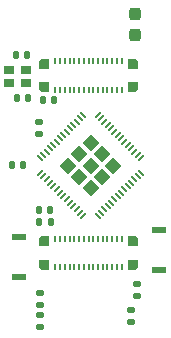
<source format=gtp>
G04 #@! TF.GenerationSoftware,KiCad,Pcbnew,8.0.7-8.0.7-0~ubuntu24.04.1*
G04 #@! TF.CreationDate,2024-12-29T20:55:18-07:00*
G04 #@! TF.ProjectId,ESP32-S3 Hub,45535033-322d-4533-9320-4875622e6b69,V1*
G04 #@! TF.SameCoordinates,Original*
G04 #@! TF.FileFunction,Paste,Top*
G04 #@! TF.FilePolarity,Positive*
%FSLAX46Y46*%
G04 Gerber Fmt 4.6, Leading zero omitted, Abs format (unit mm)*
G04 Created by KiCad (PCBNEW 8.0.7-8.0.7-0~ubuntu24.04.1) date 2024-12-29 20:55:18*
%MOMM*%
%LPD*%
G01*
G04 APERTURE LIST*
G04 Aperture macros list*
%AMRoundRect*
0 Rectangle with rounded corners*
0 $1 Rounding radius*
0 $2 $3 $4 $5 $6 $7 $8 $9 X,Y pos of 4 corners*
0 Add a 4 corners polygon primitive as box body*
4,1,4,$2,$3,$4,$5,$6,$7,$8,$9,$2,$3,0*
0 Add four circle primitives for the rounded corners*
1,1,$1+$1,$2,$3*
1,1,$1+$1,$4,$5*
1,1,$1+$1,$6,$7*
1,1,$1+$1,$8,$9*
0 Add four rect primitives between the rounded corners*
20,1,$1+$1,$2,$3,$4,$5,0*
20,1,$1+$1,$4,$5,$6,$7,0*
20,1,$1+$1,$6,$7,$8,$9,0*
20,1,$1+$1,$8,$9,$2,$3,0*%
%AMOutline5P*
0 Free polygon, 5 corners , with rotation*
0 The origin of the aperture is its center*
0 number of corners: always 5*
0 $1 to $10 corner X, Y*
0 $11 Rotation angle, in degrees counterclockwise*
0 create outline with 5 corners*
4,1,5,$1,$2,$3,$4,$5,$6,$7,$8,$9,$10,$1,$2,$11*%
%AMOutline6P*
0 Free polygon, 6 corners , with rotation*
0 The origin of the aperture is its center*
0 number of corners: always 6*
0 $1 to $12 corner X, Y*
0 $13 Rotation angle, in degrees counterclockwise*
0 create outline with 6 corners*
4,1,6,$1,$2,$3,$4,$5,$6,$7,$8,$9,$10,$11,$12,$1,$2,$13*%
%AMOutline7P*
0 Free polygon, 7 corners , with rotation*
0 The origin of the aperture is its center*
0 number of corners: always 7*
0 $1 to $14 corner X, Y*
0 $15 Rotation angle, in degrees counterclockwise*
0 create outline with 7 corners*
4,1,7,$1,$2,$3,$4,$5,$6,$7,$8,$9,$10,$11,$12,$13,$14,$1,$2,$15*%
%AMOutline8P*
0 Free polygon, 8 corners , with rotation*
0 The origin of the aperture is its center*
0 number of corners: always 8*
0 $1 to $16 corner X, Y*
0 $17 Rotation angle, in degrees counterclockwise*
0 create outline with 8 corners*
4,1,8,$1,$2,$3,$4,$5,$6,$7,$8,$9,$10,$11,$12,$13,$14,$15,$16,$1,$2,$17*%
G04 Aperture macros list end*
%ADD10RoundRect,0.237500X0.237500X-0.287500X0.237500X0.287500X-0.237500X0.287500X-0.237500X-0.287500X0*%
%ADD11RoundRect,0.140000X-0.170000X0.140000X-0.170000X-0.140000X0.170000X-0.140000X0.170000X0.140000X0*%
%ADD12RoundRect,0.140000X0.140000X0.170000X-0.140000X0.170000X-0.140000X-0.170000X0.140000X-0.170000X0*%
%ADD13RoundRect,0.135000X0.185000X-0.135000X0.185000X0.135000X-0.185000X0.135000X-0.185000X-0.135000X0*%
%ADD14RoundRect,0.140000X-0.140000X-0.170000X0.140000X-0.170000X0.140000X0.170000X-0.140000X0.170000X0*%
%ADD15R,1.295400X0.558800*%
%ADD16R,0.900000X0.800000*%
%ADD17RoundRect,0.147500X-0.147500X-0.172500X0.147500X-0.172500X0.147500X0.172500X-0.147500X0.172500X0*%
%ADD18RoundRect,0.250000X0.000000X-0.403051X0.403051X0.000000X0.000000X0.403051X-0.403051X0.000000X0*%
%ADD19RoundRect,0.050000X-0.212132X-0.282843X0.282843X0.212132X0.212132X0.282843X-0.282843X-0.212132X0*%
%ADD20RoundRect,0.050000X0.212132X-0.282843X0.282843X-0.212132X-0.212132X0.282843X-0.282843X0.212132X0*%
%ADD21R,0.230000X0.500000*%
%ADD22Outline5P,-0.450000X0.180000X-0.180000X0.450000X0.450000X0.450000X0.450000X-0.450000X-0.450000X-0.450000X0.000000*%
%ADD23Outline5P,-0.450000X0.180000X-0.180000X0.450000X0.450000X0.450000X0.450000X-0.450000X-0.450000X-0.450000X90.000000*%
%ADD24Outline5P,-0.450000X0.180000X-0.180000X0.450000X0.450000X0.450000X0.450000X-0.450000X-0.450000X-0.450000X270.000000*%
%ADD25Outline5P,-0.450000X0.180000X-0.180000X0.450000X0.450000X0.450000X0.450000X-0.450000X-0.450000X-0.450000X180.000000*%
%ADD26RoundRect,0.135000X-0.185000X0.135000X-0.185000X-0.135000X0.185000X-0.135000X0.185000X0.135000X0*%
G04 APERTURE END LIST*
D10*
G04 #@! TO.C,D1*
X159300000Y-85775000D03*
X159300000Y-84025000D03*
G04 #@! TD*
D11*
G04 #@! TO.C,C13*
X151300000Y-109520000D03*
X151300000Y-110480000D03*
G04 #@! TD*
D12*
G04 #@! TO.C,C10*
X152480000Y-91300000D03*
X151520000Y-91300000D03*
G04 #@! TD*
D13*
G04 #@! TO.C,R8*
X159500000Y-107910000D03*
X159500000Y-106890000D03*
G04 #@! TD*
D14*
G04 #@! TO.C,C4*
X151220000Y-100600000D03*
X152180000Y-100600000D03*
G04 #@! TD*
D12*
G04 #@! TO.C,C12*
X150180000Y-87500000D03*
X149220000Y-87500000D03*
G04 #@! TD*
D15*
G04 #@! TO.C,SW2*
X149500000Y-106276400D03*
X149500000Y-102923600D03*
G04 #@! TD*
D16*
G04 #@! TO.C,Y1*
X150100000Y-88750000D03*
X148700000Y-88750000D03*
X148700000Y-89850000D03*
X150100000Y-89850000D03*
G04 #@! TD*
D15*
G04 #@! TO.C,SW1*
X161400000Y-105676400D03*
X161400000Y-102323600D03*
G04 #@! TD*
D13*
G04 #@! TO.C,R9*
X159000000Y-110110000D03*
X159000000Y-109090000D03*
G04 #@! TD*
D17*
G04 #@! TO.C,FB1*
X151215000Y-101600000D03*
X152185000Y-101600000D03*
G04 #@! TD*
D18*
G04 #@! TO.C,U1*
X153689096Y-96840452D03*
X154629548Y-97780904D03*
X155570000Y-98721356D03*
X154629548Y-95900000D03*
X155570000Y-96840452D03*
X156510452Y-97780904D03*
X155570000Y-94959548D03*
X156510452Y-95900000D03*
X157450904Y-96840452D03*
D19*
X151292004Y-97441493D03*
X151574847Y-97724335D03*
X151857689Y-98007178D03*
X152140532Y-98290021D03*
X152423375Y-98572864D03*
X152706218Y-98855706D03*
X152989060Y-99138549D03*
X153271903Y-99421392D03*
X153554746Y-99704234D03*
X153837588Y-99987077D03*
X154120431Y-100269920D03*
X154403274Y-100552763D03*
X154686117Y-100835605D03*
X154968959Y-101118448D03*
D20*
X156171041Y-101118448D03*
X156453883Y-100835605D03*
X156736726Y-100552763D03*
X157019569Y-100269920D03*
X157302412Y-99987077D03*
X157585254Y-99704234D03*
X157868097Y-99421392D03*
X158150940Y-99138549D03*
X158433782Y-98855706D03*
X158716625Y-98572864D03*
X158999468Y-98290021D03*
X159282311Y-98007178D03*
X159565153Y-97724335D03*
X159847996Y-97441493D03*
D19*
X159847996Y-96239411D03*
X159565153Y-95956569D03*
X159282311Y-95673726D03*
X158999468Y-95390883D03*
X158716625Y-95108040D03*
X158433782Y-94825198D03*
X158150940Y-94542355D03*
X157868097Y-94259512D03*
X157585254Y-93976670D03*
X157302412Y-93693827D03*
X157019569Y-93410984D03*
X156736726Y-93128141D03*
X156453883Y-92845299D03*
X156171041Y-92562456D03*
D20*
X154968959Y-92562456D03*
X154686117Y-92845299D03*
X154403274Y-93128141D03*
X154120431Y-93410984D03*
X153837588Y-93693827D03*
X153554746Y-93976670D03*
X153271903Y-94259512D03*
X152989060Y-94542355D03*
X152706218Y-94825198D03*
X152423375Y-95108040D03*
X152140532Y-95390883D03*
X151857689Y-95673726D03*
X151574847Y-95956569D03*
X151292004Y-96239411D03*
G04 #@! TD*
D14*
G04 #@! TO.C,C11*
X149320000Y-91100000D03*
X150280000Y-91100000D03*
G04 #@! TD*
D21*
G04 #@! TO.C,J16*
X152600000Y-90420000D03*
X152600000Y-88020000D03*
X153000000Y-90420000D03*
X153000000Y-88020000D03*
X153400000Y-90420000D03*
X153400000Y-88020000D03*
X153800000Y-90420000D03*
X153800000Y-88020000D03*
X154200000Y-90420000D03*
X154200000Y-88020000D03*
X154600000Y-90420000D03*
X154600000Y-88020000D03*
X155000000Y-90420000D03*
X155000000Y-88020000D03*
X155400000Y-90420000D03*
X155400000Y-88020000D03*
X155800000Y-90420000D03*
X155800000Y-88020000D03*
X156200000Y-90420000D03*
X156200000Y-88020000D03*
X156600000Y-90420000D03*
X156600000Y-88020000D03*
X157000000Y-90420000D03*
X157000000Y-88020000D03*
X157400000Y-90420000D03*
X157400000Y-88020000D03*
X157800000Y-90420000D03*
X157800000Y-88020000D03*
X158200000Y-90420000D03*
X158200000Y-88020000D03*
D22*
X151600000Y-88220000D03*
D23*
X151600000Y-90220000D03*
D24*
X159200000Y-88220000D03*
D25*
X159200000Y-90220000D03*
G04 #@! TD*
D13*
G04 #@! TO.C,R7*
X151300000Y-108610000D03*
X151300000Y-107590000D03*
G04 #@! TD*
D26*
G04 #@! TO.C,R6*
X151200000Y-93190000D03*
X151200000Y-94210000D03*
G04 #@! TD*
D14*
G04 #@! TO.C,C6*
X148920000Y-96800000D03*
X149880000Y-96800000D03*
G04 #@! TD*
D21*
G04 #@! TO.C,J13*
X152600000Y-105420000D03*
X152600000Y-103020000D03*
X153000000Y-105420000D03*
X153000000Y-103020000D03*
X153400000Y-105420000D03*
X153400000Y-103020000D03*
X153800000Y-105420000D03*
X153800000Y-103020000D03*
X154200000Y-105420000D03*
X154200000Y-103020000D03*
X154600000Y-105420000D03*
X154600000Y-103020000D03*
X155000000Y-105420000D03*
X155000000Y-103020000D03*
X155400000Y-105420000D03*
X155400000Y-103020000D03*
X155800000Y-105420000D03*
X155800000Y-103020000D03*
X156200000Y-105420000D03*
X156200000Y-103020000D03*
X156600000Y-105420000D03*
X156600000Y-103020000D03*
X157000000Y-105420000D03*
X157000000Y-103020000D03*
X157400000Y-105420000D03*
X157400000Y-103020000D03*
X157800000Y-105420000D03*
X157800000Y-103020000D03*
X158200000Y-105420000D03*
X158200000Y-103020000D03*
D22*
X151600000Y-103220000D03*
D23*
X151600000Y-105220000D03*
D24*
X159200000Y-103220000D03*
D25*
X159200000Y-105220000D03*
G04 #@! TD*
M02*

</source>
